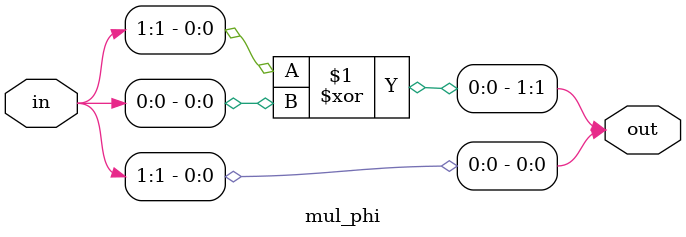
<source format=sv>
module mul_phi (in, out);
	input [1:0] in;
	output [1:0] out;
	
	assign out[1] = in[1] ^ in[0];
	assign out[0] = in[1];
	
endmodule

</source>
